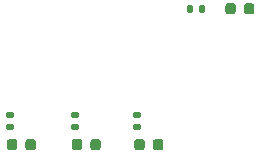
<source format=gbr>
G04 #@! TF.GenerationSoftware,KiCad,Pcbnew,(5.1.9)-1*
G04 #@! TF.CreationDate,2021-04-19T22:21:22+02:00*
G04 #@! TF.ProjectId,keyboard,6b657962-6f61-4726-942e-6b696361645f,rev?*
G04 #@! TF.SameCoordinates,Original*
G04 #@! TF.FileFunction,Paste,Top*
G04 #@! TF.FilePolarity,Positive*
%FSLAX46Y46*%
G04 Gerber Fmt 4.6, Leading zero omitted, Abs format (unit mm)*
G04 Created by KiCad (PCBNEW (5.1.9)-1) date 2021-04-19 22:21:22*
%MOMM*%
%LPD*%
G01*
G04 APERTURE LIST*
G04 APERTURE END LIST*
G36*
G01*
X472562500Y-29756250D02*
X472562500Y-29243750D01*
G75*
G02*
X472781250Y-29025000I218750J0D01*
G01*
X473218750Y-29025000D01*
G75*
G02*
X473437500Y-29243750I0J-218750D01*
G01*
X473437500Y-29756250D01*
G75*
G02*
X473218750Y-29975000I-218750J0D01*
G01*
X472781250Y-29975000D01*
G75*
G02*
X472562500Y-29756250I0J218750D01*
G01*
G37*
G36*
G01*
X470987500Y-29756250D02*
X470987500Y-29243750D01*
G75*
G02*
X471206250Y-29025000I218750J0D01*
G01*
X471643750Y-29025000D01*
G75*
G02*
X471862500Y-29243750I0J-218750D01*
G01*
X471862500Y-29756250D01*
G75*
G02*
X471643750Y-29975000I-218750J0D01*
G01*
X471206250Y-29975000D01*
G75*
G02*
X470987500Y-29756250I0J218750D01*
G01*
G37*
G36*
G01*
X454062500Y-41256250D02*
X454062500Y-40743750D01*
G75*
G02*
X454281250Y-40525000I218750J0D01*
G01*
X454718750Y-40525000D01*
G75*
G02*
X454937500Y-40743750I0J-218750D01*
G01*
X454937500Y-41256250D01*
G75*
G02*
X454718750Y-41475000I-218750J0D01*
G01*
X454281250Y-41475000D01*
G75*
G02*
X454062500Y-41256250I0J218750D01*
G01*
G37*
G36*
G01*
X452487500Y-41256250D02*
X452487500Y-40743750D01*
G75*
G02*
X452706250Y-40525000I218750J0D01*
G01*
X453143750Y-40525000D01*
G75*
G02*
X453362500Y-40743750I0J-218750D01*
G01*
X453362500Y-41256250D01*
G75*
G02*
X453143750Y-41475000I-218750J0D01*
G01*
X452706250Y-41475000D01*
G75*
G02*
X452487500Y-41256250I0J218750D01*
G01*
G37*
G36*
G01*
X457987500Y-41256250D02*
X457987500Y-40743750D01*
G75*
G02*
X458206250Y-40525000I218750J0D01*
G01*
X458643750Y-40525000D01*
G75*
G02*
X458862500Y-40743750I0J-218750D01*
G01*
X458862500Y-41256250D01*
G75*
G02*
X458643750Y-41475000I-218750J0D01*
G01*
X458206250Y-41475000D01*
G75*
G02*
X457987500Y-41256250I0J218750D01*
G01*
G37*
G36*
G01*
X459562500Y-41256250D02*
X459562500Y-40743750D01*
G75*
G02*
X459781250Y-40525000I218750J0D01*
G01*
X460218750Y-40525000D01*
G75*
G02*
X460437500Y-40743750I0J-218750D01*
G01*
X460437500Y-41256250D01*
G75*
G02*
X460218750Y-41475000I-218750J0D01*
G01*
X459781250Y-41475000D01*
G75*
G02*
X459562500Y-41256250I0J218750D01*
G01*
G37*
G36*
G01*
X463275000Y-41256250D02*
X463275000Y-40743750D01*
G75*
G02*
X463493750Y-40525000I218750J0D01*
G01*
X463931250Y-40525000D01*
G75*
G02*
X464150000Y-40743750I0J-218750D01*
G01*
X464150000Y-41256250D01*
G75*
G02*
X463931250Y-41475000I-218750J0D01*
G01*
X463493750Y-41475000D01*
G75*
G02*
X463275000Y-41256250I0J218750D01*
G01*
G37*
G36*
G01*
X464850000Y-41256250D02*
X464850000Y-40743750D01*
G75*
G02*
X465068750Y-40525000I218750J0D01*
G01*
X465506250Y-40525000D01*
G75*
G02*
X465725000Y-40743750I0J-218750D01*
G01*
X465725000Y-41256250D01*
G75*
G02*
X465506250Y-41475000I-218750J0D01*
G01*
X465068750Y-41475000D01*
G75*
G02*
X464850000Y-41256250I0J218750D01*
G01*
G37*
G36*
G01*
X467710000Y-29685000D02*
X467710000Y-29315000D01*
G75*
G02*
X467845000Y-29180000I135000J0D01*
G01*
X468115000Y-29180000D01*
G75*
G02*
X468250000Y-29315000I0J-135000D01*
G01*
X468250000Y-29685000D01*
G75*
G02*
X468115000Y-29820000I-135000J0D01*
G01*
X467845000Y-29820000D01*
G75*
G02*
X467710000Y-29685000I0J135000D01*
G01*
G37*
G36*
G01*
X468730000Y-29685000D02*
X468730000Y-29315000D01*
G75*
G02*
X468865000Y-29180000I135000J0D01*
G01*
X469135000Y-29180000D01*
G75*
G02*
X469270000Y-29315000I0J-135000D01*
G01*
X469270000Y-29685000D01*
G75*
G02*
X469135000Y-29820000I-135000J0D01*
G01*
X468865000Y-29820000D01*
G75*
G02*
X468730000Y-29685000I0J135000D01*
G01*
G37*
G36*
G01*
X452565000Y-39230000D02*
X452935000Y-39230000D01*
G75*
G02*
X453070000Y-39365000I0J-135000D01*
G01*
X453070000Y-39635000D01*
G75*
G02*
X452935000Y-39770000I-135000J0D01*
G01*
X452565000Y-39770000D01*
G75*
G02*
X452430000Y-39635000I0J135000D01*
G01*
X452430000Y-39365000D01*
G75*
G02*
X452565000Y-39230000I135000J0D01*
G01*
G37*
G36*
G01*
X452565000Y-38210000D02*
X452935000Y-38210000D01*
G75*
G02*
X453070000Y-38345000I0J-135000D01*
G01*
X453070000Y-38615000D01*
G75*
G02*
X452935000Y-38750000I-135000J0D01*
G01*
X452565000Y-38750000D01*
G75*
G02*
X452430000Y-38615000I0J135000D01*
G01*
X452430000Y-38345000D01*
G75*
G02*
X452565000Y-38210000I135000J0D01*
G01*
G37*
G36*
G01*
X458065000Y-38210000D02*
X458435000Y-38210000D01*
G75*
G02*
X458570000Y-38345000I0J-135000D01*
G01*
X458570000Y-38615000D01*
G75*
G02*
X458435000Y-38750000I-135000J0D01*
G01*
X458065000Y-38750000D01*
G75*
G02*
X457930000Y-38615000I0J135000D01*
G01*
X457930000Y-38345000D01*
G75*
G02*
X458065000Y-38210000I135000J0D01*
G01*
G37*
G36*
G01*
X458065000Y-39230000D02*
X458435000Y-39230000D01*
G75*
G02*
X458570000Y-39365000I0J-135000D01*
G01*
X458570000Y-39635000D01*
G75*
G02*
X458435000Y-39770000I-135000J0D01*
G01*
X458065000Y-39770000D01*
G75*
G02*
X457930000Y-39635000I0J135000D01*
G01*
X457930000Y-39365000D01*
G75*
G02*
X458065000Y-39230000I135000J0D01*
G01*
G37*
G36*
G01*
X463315000Y-39230000D02*
X463685000Y-39230000D01*
G75*
G02*
X463820000Y-39365000I0J-135000D01*
G01*
X463820000Y-39635000D01*
G75*
G02*
X463685000Y-39770000I-135000J0D01*
G01*
X463315000Y-39770000D01*
G75*
G02*
X463180000Y-39635000I0J135000D01*
G01*
X463180000Y-39365000D01*
G75*
G02*
X463315000Y-39230000I135000J0D01*
G01*
G37*
G36*
G01*
X463315000Y-38210000D02*
X463685000Y-38210000D01*
G75*
G02*
X463820000Y-38345000I0J-135000D01*
G01*
X463820000Y-38615000D01*
G75*
G02*
X463685000Y-38750000I-135000J0D01*
G01*
X463315000Y-38750000D01*
G75*
G02*
X463180000Y-38615000I0J135000D01*
G01*
X463180000Y-38345000D01*
G75*
G02*
X463315000Y-38210000I135000J0D01*
G01*
G37*
M02*

</source>
